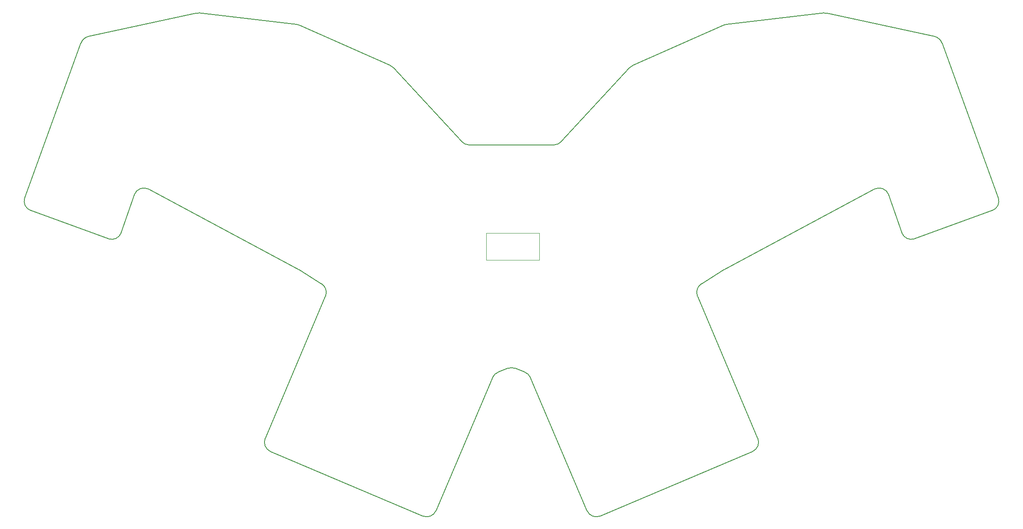
<source format=gbr>
%TF.GenerationSoftware,KiCad,Pcbnew,9.0.0*%
%TF.CreationDate,2025-02-21T22:06:12+01:00*%
%TF.ProjectId,chouchou_mini_choc,63686f75-6368-46f7-955f-6d696e695f63,v1.0.0*%
%TF.SameCoordinates,Original*%
%TF.FileFunction,Profile,NP*%
%FSLAX46Y46*%
G04 Gerber Fmt 4.6, Leading zero omitted, Abs format (unit mm)*
G04 Created by KiCad (PCBNEW 9.0.0) date 2025-02-21 22:06:12*
%MOMM*%
%LPD*%
G01*
G04 APERTURE LIST*
%TA.AperFunction,Profile*%
%ADD10C,0.150000*%
%TD*%
%TA.AperFunction,Profile*%
%ADD11C,0.120000*%
%TD*%
G04 APERTURE END LIST*
D10*
X217092694Y-140029226D02*
G75*
G02*
X215897365Y-142592697I-1879394J-684074D01*
G01*
X96846693Y-113880815D02*
G75*
G02*
X97503657Y-114352258I-813493J-1827085D01*
G01*
X97503663Y-114352252D02*
X110959960Y-128947955D01*
X25722665Y-142592651D02*
G75*
G02*
X24527358Y-140029240I684035J1879351D01*
G01*
X24527320Y-140029226D02*
X35676491Y-109397131D01*
X73146295Y-190289955D02*
G75*
G02*
X72086713Y-187667469I781505J1841055D01*
G01*
X157604150Y-159564249D02*
X169533265Y-187667484D01*
X117049802Y-175667647D02*
G75*
G02*
X118152995Y-174590179I1840998J-781453D01*
G01*
X37130148Y-108127007D02*
X58296199Y-103515833D01*
X192584891Y-138347043D02*
G75*
G02*
X195420120Y-139460220I943809J-1763357D01*
G01*
X130660053Y-128947955D02*
G75*
G02*
X129189610Y-129592308I-1470453J1355655D01*
G01*
X157604151Y-159564248D02*
G75*
G02*
X158372167Y-157094984I1841049J781448D01*
G01*
X78912245Y-105895884D02*
X96846694Y-113880815D01*
X83247848Y-157094981D02*
G75*
G02*
X84015896Y-159564263I-1072948J-1687819D01*
G01*
X183323814Y-103515833D02*
X204489865Y-108127007D01*
X58296199Y-103515833D02*
G75*
G02*
X58952914Y-103483389I425701J-1954167D01*
G01*
X43627947Y-146942999D02*
G75*
G02*
X41052533Y-148172228I-1891347J650099D01*
G01*
X72086748Y-187667484D02*
X84015863Y-159564249D01*
X215897348Y-142592652D02*
X200567493Y-148172263D01*
X78837822Y-154298017D02*
G75*
G02*
X78967054Y-154373534I-943522J-1762983D01*
G01*
X78837822Y-154298017D02*
X49035121Y-138347043D01*
X35676491Y-109397130D02*
G75*
G02*
X37130148Y-108127008I1879409J-684070D01*
G01*
X112430403Y-129592301D02*
X129189610Y-129592301D01*
X117049802Y-175667647D02*
X105869276Y-202007316D01*
X112430403Y-129592301D02*
G75*
G02*
X110959958Y-128947957I-3J2000001D01*
G01*
X192584892Y-138347043D02*
X162782191Y-154298017D01*
X138373209Y-203066864D02*
G75*
G02*
X135750703Y-202007331I-781509J1840964D01*
G01*
X144116349Y-114352253D02*
G75*
G02*
X144773318Y-113880812I1470451J-1355647D01*
G01*
X162707768Y-105895883D02*
G75*
G02*
X163290256Y-105736371I813432J-1827117D01*
G01*
X58952915Y-103483380D02*
X78329759Y-105736358D01*
X162652961Y-154373536D02*
X158372166Y-157094982D01*
X41052520Y-148172263D02*
X25722665Y-142592652D01*
X197992066Y-146942998D02*
X195420043Y-139460246D01*
X73146295Y-190289956D02*
X103246804Y-203066864D01*
X162652961Y-154373536D02*
G75*
G02*
X162782190Y-154298015I1072839J-1687464D01*
G01*
X144773319Y-113880815D02*
X162707768Y-105895884D01*
X182667098Y-103483380D02*
G75*
G02*
X183323815Y-103515828I231002J-1986620D01*
G01*
X123467019Y-174590178D02*
G75*
G02*
X124570206Y-175667649I-737819J-1858922D01*
G01*
X120072189Y-173828442D02*
X118152994Y-174590178D01*
X46199970Y-139460247D02*
G75*
G02*
X49035141Y-138347006I1891430J-650153D01*
G01*
X105869276Y-202007316D02*
G75*
G02*
X103246812Y-203066845I-1840976J781416D01*
G01*
X46199970Y-139460246D02*
X43627947Y-146942998D01*
X130660053Y-128947955D02*
X144116350Y-114352252D01*
X78329759Y-105736359D02*
G75*
G02*
X78912249Y-105895875I-230959J-1986641D01*
G01*
X123467019Y-174590178D02*
X121547824Y-173828442D01*
X120072189Y-173828442D02*
G75*
G02*
X121547824Y-173828442I737817J-1858928D01*
G01*
X205943522Y-109397131D02*
X217092693Y-140029226D01*
X163290254Y-105736358D02*
X182667098Y-103483380D01*
X135750737Y-202007316D02*
X124570211Y-175667647D01*
X138373209Y-203066864D02*
X168473718Y-190289956D01*
X204489865Y-108127008D02*
G75*
G02*
X205943514Y-109397134I-425765J-1954192D01*
G01*
X83247847Y-157094982D02*
X78967052Y-154373536D01*
X169533266Y-187667484D02*
G75*
G02*
X168473685Y-190289879I-1840966J-781416D01*
G01*
X200567492Y-148172263D02*
G75*
G02*
X197992137Y-146942974I-683992J1879363D01*
G01*
D11*
%TO.C,RP2040Zero1*%
X115810000Y-152405600D02*
X115810000Y-147035600D01*
X115810000Y-152405600D02*
X126310000Y-152405600D01*
X126310000Y-147035600D02*
X115810000Y-147035600D01*
X126310000Y-147035600D02*
X126310000Y-152405600D01*
%TD*%
M02*

</source>
